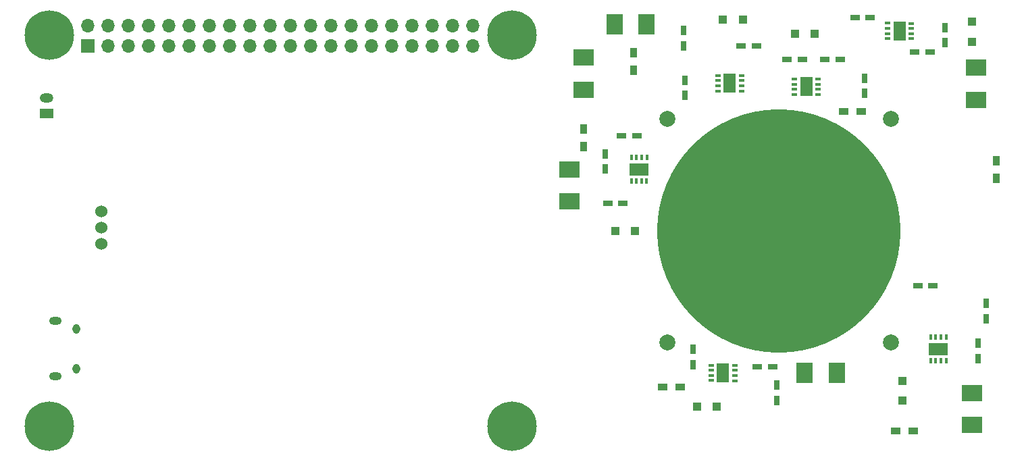
<source format=gbr>
G04 #@! TF.FileFunction,Soldermask,Bot*
%FSLAX46Y46*%
G04 Gerber Fmt 4.6, Leading zero omitted, Abs format (unit mm)*
G04 Created by KiCad (PCBNEW 4.0.6) date 07/29/17 19:52:49*
%MOMM*%
%LPD*%
G01*
G04 APERTURE LIST*
%ADD10C,0.100000*%
%ADD11C,30.500000*%
%ADD12C,6.200000*%
%ADD13R,0.750000X1.200000*%
%ADD14R,1.200000X0.750000*%
%ADD15R,1.700000X1.700000*%
%ADD16O,1.700000X1.700000*%
%ADD17O,0.950000X1.250000*%
%ADD18O,1.550000X1.000000*%
%ADD19R,1.700000X1.200000*%
%ADD20O,1.700000X1.200000*%
%ADD21R,2.500000X2.000000*%
%ADD22R,2.000000X2.500000*%
%ADD23R,0.900000X1.200000*%
%ADD24R,1.200000X0.900000*%
%ADD25C,1.524000*%
%ADD26R,0.700000X0.350000*%
%ADD27R,1.580000X2.350000*%
%ADD28R,0.350000X0.700000*%
%ADD29R,2.350000X1.580000*%
%ADD30C,2.000000*%
%ADD31R,1.000000X1.000000*%
G04 APERTURE END LIST*
D10*
D11*
X192790000Y-88190000D03*
D12*
X159290000Y-63690000D03*
X159290000Y-112690000D03*
X101290000Y-112690000D03*
X101290000Y-63690000D03*
D13*
X213580000Y-62730000D03*
X213580000Y-64630000D03*
D14*
X209800000Y-65750000D03*
X211700000Y-65750000D03*
X204200000Y-61500000D03*
X202300000Y-61500000D03*
D13*
X218750000Y-99200000D03*
X218750000Y-97300000D03*
D14*
X212070000Y-95050000D03*
X210170000Y-95050000D03*
D13*
X217750000Y-102300000D03*
X217750000Y-104200000D03*
X192500000Y-109450000D03*
X192500000Y-107550000D03*
D14*
X190050000Y-105250000D03*
X191950000Y-105250000D03*
D13*
X182000000Y-104950000D03*
X182000000Y-103050000D03*
D14*
X173200000Y-84750000D03*
X171300000Y-84750000D03*
X173050000Y-76250000D03*
X174950000Y-76250000D03*
D13*
X171000000Y-80450000D03*
X171000000Y-78550000D03*
X180830000Y-64990000D03*
X180830000Y-63090000D03*
X180970000Y-71220000D03*
X180970000Y-69320000D03*
D14*
X189950000Y-65000000D03*
X188050000Y-65000000D03*
X193800000Y-66750000D03*
X195700000Y-66750000D03*
D13*
X203530000Y-70970000D03*
X203530000Y-69070000D03*
D14*
X198550000Y-66750000D03*
X200450000Y-66750000D03*
D15*
X106140000Y-64990000D03*
D16*
X106140000Y-62450000D03*
X108680000Y-64990000D03*
X108680000Y-62450000D03*
X111220000Y-64990000D03*
X111220000Y-62450000D03*
X113760000Y-64990000D03*
X113760000Y-62450000D03*
X116300000Y-64990000D03*
X116300000Y-62450000D03*
X118840000Y-64990000D03*
X118840000Y-62450000D03*
X121380000Y-64990000D03*
X121380000Y-62450000D03*
X123920000Y-64990000D03*
X123920000Y-62450000D03*
X126460000Y-64990000D03*
X126460000Y-62450000D03*
X129000000Y-64990000D03*
X129000000Y-62450000D03*
X131540000Y-64990000D03*
X131540000Y-62450000D03*
X134080000Y-64990000D03*
X134080000Y-62450000D03*
X136620000Y-64990000D03*
X136620000Y-62450000D03*
X139160000Y-64990000D03*
X139160000Y-62450000D03*
X141700000Y-64990000D03*
X141700000Y-62450000D03*
X144240000Y-64990000D03*
X144240000Y-62450000D03*
X146780000Y-64990000D03*
X146780000Y-62450000D03*
X149320000Y-64990000D03*
X149320000Y-62450000D03*
X151860000Y-64990000D03*
X151860000Y-62450000D03*
X154400000Y-64990000D03*
X154400000Y-62450000D03*
D17*
X104740000Y-100450000D03*
X104740000Y-105450000D03*
D18*
X102040000Y-99450000D03*
X102040000Y-106450000D03*
D19*
X101000000Y-73500000D03*
D20*
X101000000Y-71500000D03*
D21*
X217500000Y-67750000D03*
X217500000Y-71750000D03*
X217000000Y-108500000D03*
X217000000Y-112500000D03*
D22*
X200000000Y-106000000D03*
X196000000Y-106000000D03*
D21*
X166500000Y-84500000D03*
X166500000Y-80500000D03*
X168250000Y-70480000D03*
X168250000Y-66480000D03*
D22*
X172200000Y-62320000D03*
X176200000Y-62320000D03*
D23*
X220000000Y-81600000D03*
X220000000Y-79400000D03*
D24*
X207400000Y-113250000D03*
X209600000Y-113250000D03*
X178150000Y-107750000D03*
X180350000Y-107750000D03*
D23*
X168250000Y-77600000D03*
X168250000Y-75400000D03*
X174570000Y-65900000D03*
X174570000Y-68100000D03*
D24*
X200900000Y-73250000D03*
X203100000Y-73250000D03*
D25*
X107800000Y-89798980D03*
X107800000Y-87800000D03*
X107800000Y-85801020D03*
D26*
X209345000Y-62190000D03*
X209345000Y-62815000D03*
X209345000Y-63465000D03*
X209345000Y-64115000D03*
X206395000Y-64115000D03*
X206395000Y-63465000D03*
X206395000Y-62815000D03*
X206395000Y-62165000D03*
D27*
X207870000Y-63140000D03*
D28*
X211800000Y-101525000D03*
X212425000Y-101525000D03*
X213075000Y-101525000D03*
X213725000Y-101525000D03*
X213725000Y-104475000D03*
X213075000Y-104475000D03*
X212425000Y-104475000D03*
X211775000Y-104475000D03*
D29*
X212750000Y-103000000D03*
D26*
X184275000Y-106950000D03*
X184275000Y-106325000D03*
X184275000Y-105675000D03*
X184275000Y-105025000D03*
X187225000Y-105025000D03*
X187225000Y-105675000D03*
X187225000Y-106325000D03*
X187225000Y-106975000D03*
D27*
X185750000Y-106000000D03*
D28*
X176200000Y-81975000D03*
X175575000Y-81975000D03*
X174925000Y-81975000D03*
X174275000Y-81975000D03*
X174275000Y-79025000D03*
X174925000Y-79025000D03*
X175575000Y-79025000D03*
X176225000Y-79025000D03*
D29*
X175250000Y-80500000D03*
D26*
X188055000Y-68730000D03*
X188055000Y-69355000D03*
X188055000Y-70005000D03*
X188055000Y-70655000D03*
X185105000Y-70655000D03*
X185105000Y-70005000D03*
X185105000Y-69355000D03*
X185105000Y-68705000D03*
D27*
X186580000Y-69680000D03*
D26*
X197665000Y-69180000D03*
X197665000Y-69805000D03*
X197665000Y-70455000D03*
X197665000Y-71105000D03*
X194715000Y-71105000D03*
X194715000Y-70455000D03*
X194715000Y-69805000D03*
X194715000Y-69155000D03*
D27*
X196190000Y-70130000D03*
D30*
X178790000Y-74190000D03*
X206790000Y-74190000D03*
X206790000Y-102190000D03*
X178790000Y-102190000D03*
D31*
X217000000Y-62000000D03*
X217000000Y-64500000D03*
X208250000Y-107000000D03*
X208250000Y-109500000D03*
X185000000Y-110250000D03*
X182500000Y-110250000D03*
X174750000Y-88250000D03*
X172250000Y-88250000D03*
X185750000Y-61750000D03*
X188250000Y-61750000D03*
X194750000Y-63500000D03*
X197250000Y-63500000D03*
M02*

</source>
